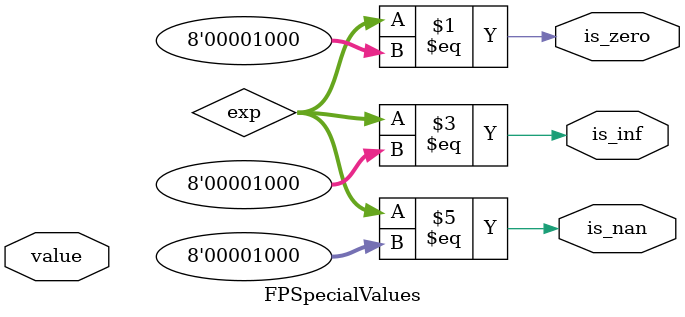
<source format=sv>

module FPSpecialValues (
    input [31:0] value,
    output is_zero,
    output is_nan,
    output is_inf
);

    wire [7:0] exp;
    wire [22:0] mant;

    assign is_zero = (exp == 8);
    assign mant = (mant == 23);
    assign is_inf = (exp == 8);
    assign mant = (mant == 23);
    assign is_nan = (exp == 8);
    assign mant = (mant != 23);

endmodule

</source>
